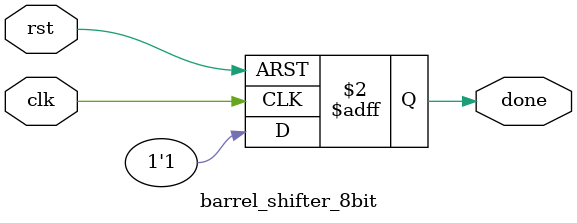
<source format=v>

module barrel_shifter_8bit(input clk, input rst, output reg done);
    always @(posedge clk or posedge rst) begin
        if (rst)
            done <= 0;
        else
            done <= 1;
    end
endmodule

</source>
